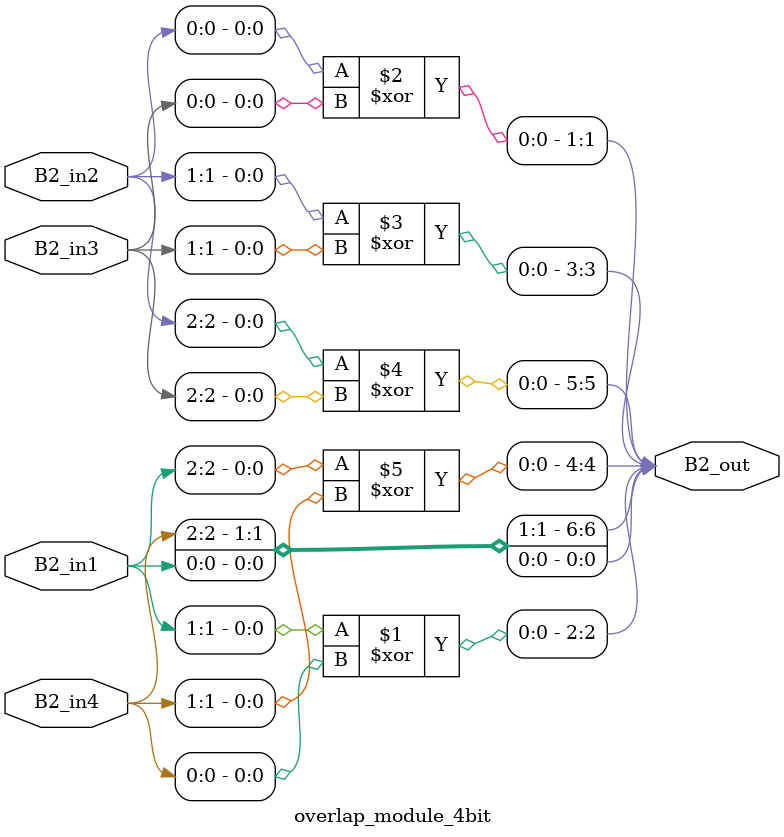
<source format=v>
`timescale 1ns / 1ps


module overlap_module_4bit(
    B2_in1,
    B2_in2,
    B2_in3,
    B2_in4,
    B2_out
    );


parameter n = 4;
    
input [n-2:0] B2_in1;    
input [n-2:0] B2_in2;    
input [n-2:0] B2_in3;
input [n-2:0] B2_in4;

output [2*n-2:0] B2_out;


assign B2_out[0] = B2_in1[0];

assign B2_out[2] = B2_in1[1]^B2_in4[0];

assign B2_out[1] = B2_in2[0]^B2_in3[0];

assign B2_out[3] = B2_in2[1]^B2_in3[1];

assign B2_out[5] = B2_in2[2]^B2_in3[2];

assign B2_out[4] = B2_in1[2]^B2_in4[1];

assign B2_out[6] = B2_in4[2];

    
endmodule

</source>
